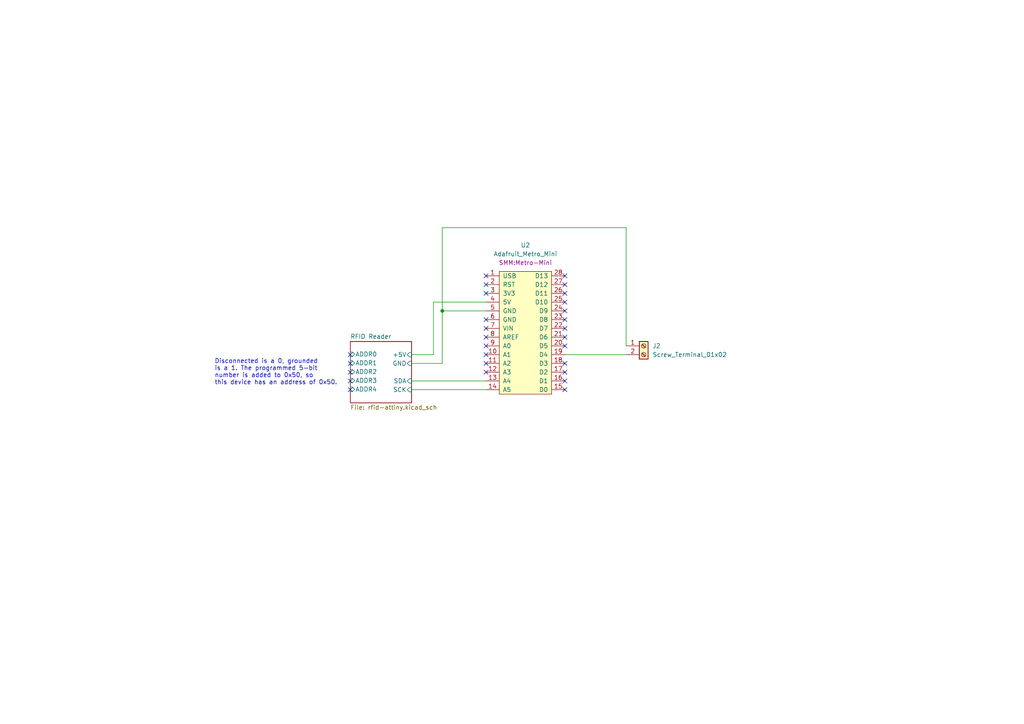
<source format=kicad_sch>
(kicad_sch (version 20211123) (generator eeschema)

  (uuid d72ffbbd-357f-4ced-be5f-073a79e533d4)

  (paper "A4")

  (lib_symbols
    (symbol "Connector:Screw_Terminal_01x02" (pin_names (offset 1.016) hide) (in_bom yes) (on_board yes)
      (property "Reference" "J" (id 0) (at 0 2.54 0)
        (effects (font (size 1.27 1.27)))
      )
      (property "Value" "Screw_Terminal_01x02" (id 1) (at 0 -5.08 0)
        (effects (font (size 1.27 1.27)))
      )
      (property "Footprint" "" (id 2) (at 0 0 0)
        (effects (font (size 1.27 1.27)) hide)
      )
      (property "Datasheet" "~" (id 3) (at 0 0 0)
        (effects (font (size 1.27 1.27)) hide)
      )
      (property "ki_keywords" "screw terminal" (id 4) (at 0 0 0)
        (effects (font (size 1.27 1.27)) hide)
      )
      (property "ki_description" "Generic screw terminal, single row, 01x02, script generated (kicad-library-utils/schlib/autogen/connector/)" (id 5) (at 0 0 0)
        (effects (font (size 1.27 1.27)) hide)
      )
      (property "ki_fp_filters" "TerminalBlock*:*" (id 6) (at 0 0 0)
        (effects (font (size 1.27 1.27)) hide)
      )
      (symbol "Screw_Terminal_01x02_1_1"
        (rectangle (start -1.27 1.27) (end 1.27 -3.81)
          (stroke (width 0.254) (type default) (color 0 0 0 0))
          (fill (type background))
        )
        (circle (center 0 -2.54) (radius 0.635)
          (stroke (width 0.1524) (type default) (color 0 0 0 0))
          (fill (type none))
        )
        (polyline
          (pts
            (xy -0.5334 -2.2098)
            (xy 0.3302 -3.048)
          )
          (stroke (width 0.1524) (type default) (color 0 0 0 0))
          (fill (type none))
        )
        (polyline
          (pts
            (xy -0.5334 0.3302)
            (xy 0.3302 -0.508)
          )
          (stroke (width 0.1524) (type default) (color 0 0 0 0))
          (fill (type none))
        )
        (polyline
          (pts
            (xy -0.3556 -2.032)
            (xy 0.508 -2.8702)
          )
          (stroke (width 0.1524) (type default) (color 0 0 0 0))
          (fill (type none))
        )
        (polyline
          (pts
            (xy -0.3556 0.508)
            (xy 0.508 -0.3302)
          )
          (stroke (width 0.1524) (type default) (color 0 0 0 0))
          (fill (type none))
        )
        (circle (center 0 0) (radius 0.635)
          (stroke (width 0.1524) (type default) (color 0 0 0 0))
          (fill (type none))
        )
        (pin passive line (at -5.08 0 0) (length 3.81)
          (name "Pin_1" (effects (font (size 1.27 1.27))))
          (number "1" (effects (font (size 1.27 1.27))))
        )
        (pin passive line (at -5.08 -2.54 0) (length 3.81)
          (name "Pin_2" (effects (font (size 1.27 1.27))))
          (number "2" (effects (font (size 1.27 1.27))))
        )
      )
    )
    (symbol "SMM:Adafruit_Metro_Mini" (pin_names (offset 1.016)) (in_bom yes) (on_board yes)
      (property "Reference" "U" (id 0) (at 0 0 0)
        (effects (font (size 1.27 1.27)))
      )
      (property "Value" "Adafruit_Metro_Mini" (id 1) (at 0 16.51 90)
        (effects (font (size 1.27 1.27)))
      )
      (property "Footprint" "SMM:Metro-Mini" (id 2) (at 0 38.1 0)
        (effects (font (size 1.27 1.27)))
      )
      (property "Datasheet" "" (id 3) (at 0 0 0)
        (effects (font (size 1.27 1.27)) hide)
      )
      (symbol "Adafruit_Metro_Mini_0_1"
        (rectangle (start -7.62 1.27) (end 7.62 36.83)
          (stroke (width 0) (type default) (color 0 0 0 0))
          (fill (type background))
        )
      )
      (symbol "Adafruit_Metro_Mini_1_1"
        (pin bidirectional line (at -11.43 35.56 0) (length 3.81)
          (name "USB" (effects (font (size 1.27 1.27))))
          (number "1" (effects (font (size 1.27 1.27))))
        )
        (pin bidirectional line (at -11.43 12.7 0) (length 3.81)
          (name "A1" (effects (font (size 1.27 1.27))))
          (number "10" (effects (font (size 1.27 1.27))))
        )
        (pin bidirectional line (at -11.43 10.16 0) (length 3.81)
          (name "A2" (effects (font (size 1.27 1.27))))
          (number "11" (effects (font (size 1.27 1.27))))
        )
        (pin bidirectional line (at -11.43 7.62 0) (length 3.81)
          (name "A3" (effects (font (size 1.27 1.27))))
          (number "12" (effects (font (size 1.27 1.27))))
        )
        (pin bidirectional line (at -11.43 5.08 0) (length 3.81)
          (name "A4" (effects (font (size 1.27 1.27))))
          (number "13" (effects (font (size 1.27 1.27))))
        )
        (pin bidirectional line (at -11.43 2.54 0) (length 3.81)
          (name "A5" (effects (font (size 1.27 1.27))))
          (number "14" (effects (font (size 1.27 1.27))))
        )
        (pin bidirectional line (at 11.43 2.54 180) (length 3.81)
          (name "D0" (effects (font (size 1.27 1.27))))
          (number "15" (effects (font (size 1.27 1.27))))
        )
        (pin bidirectional line (at 11.43 5.08 180) (length 3.81)
          (name "D1" (effects (font (size 1.27 1.27))))
          (number "16" (effects (font (size 1.27 1.27))))
        )
        (pin bidirectional line (at 11.43 7.62 180) (length 3.81)
          (name "D2" (effects (font (size 1.27 1.27))))
          (number "17" (effects (font (size 1.27 1.27))))
        )
        (pin bidirectional line (at 11.43 10.16 180) (length 3.81)
          (name "D3" (effects (font (size 1.27 1.27))))
          (number "18" (effects (font (size 1.27 1.27))))
        )
        (pin bidirectional line (at 11.43 12.7 180) (length 3.81)
          (name "D4" (effects (font (size 1.27 1.27))))
          (number "19" (effects (font (size 1.27 1.27))))
        )
        (pin bidirectional line (at -11.43 33.02 0) (length 3.81)
          (name "RST" (effects (font (size 1.27 1.27))))
          (number "2" (effects (font (size 1.27 1.27))))
        )
        (pin bidirectional line (at 11.43 15.24 180) (length 3.81)
          (name "D5" (effects (font (size 1.27 1.27))))
          (number "20" (effects (font (size 1.27 1.27))))
        )
        (pin bidirectional line (at 11.43 17.78 180) (length 3.81)
          (name "D6" (effects (font (size 1.27 1.27))))
          (number "21" (effects (font (size 1.27 1.27))))
        )
        (pin bidirectional line (at 11.43 20.32 180) (length 3.81)
          (name "D7" (effects (font (size 1.27 1.27))))
          (number "22" (effects (font (size 1.27 1.27))))
        )
        (pin bidirectional line (at 11.43 22.86 180) (length 3.81)
          (name "D8" (effects (font (size 1.27 1.27))))
          (number "23" (effects (font (size 1.27 1.27))))
        )
        (pin bidirectional line (at 11.43 25.4 180) (length 3.81)
          (name "D9" (effects (font (size 1.27 1.27))))
          (number "24" (effects (font (size 1.27 1.27))))
        )
        (pin bidirectional line (at 11.43 27.94 180) (length 3.81)
          (name "D10" (effects (font (size 1.27 1.27))))
          (number "25" (effects (font (size 1.27 1.27))))
        )
        (pin bidirectional line (at 11.43 30.48 180) (length 3.81)
          (name "D11" (effects (font (size 1.27 1.27))))
          (number "26" (effects (font (size 1.27 1.27))))
        )
        (pin bidirectional line (at 11.43 33.02 180) (length 3.81)
          (name "D12" (effects (font (size 1.27 1.27))))
          (number "27" (effects (font (size 1.27 1.27))))
        )
        (pin bidirectional line (at 11.43 35.56 180) (length 3.81)
          (name "D13" (effects (font (size 1.27 1.27))))
          (number "28" (effects (font (size 1.27 1.27))))
        )
        (pin power_out line (at -11.43 30.48 0) (length 3.81)
          (name "3V3" (effects (font (size 1.27 1.27))))
          (number "3" (effects (font (size 1.27 1.27))))
        )
        (pin power_out line (at -11.43 27.94 0) (length 3.81)
          (name "5V" (effects (font (size 1.27 1.27))))
          (number "4" (effects (font (size 1.27 1.27))))
        )
        (pin power_out line (at -11.43 25.4 0) (length 3.81)
          (name "GND" (effects (font (size 1.27 1.27))))
          (number "5" (effects (font (size 1.27 1.27))))
        )
        (pin power_out line (at -11.43 22.86 0) (length 3.81)
          (name "GND" (effects (font (size 1.27 1.27))))
          (number "6" (effects (font (size 1.27 1.27))))
        )
        (pin power_in line (at -11.43 20.32 0) (length 3.81)
          (name "VIN" (effects (font (size 1.27 1.27))))
          (number "7" (effects (font (size 1.27 1.27))))
        )
        (pin input line (at -11.43 17.78 0) (length 3.81)
          (name "AREF" (effects (font (size 1.27 1.27))))
          (number "8" (effects (font (size 1.27 1.27))))
        )
        (pin bidirectional line (at -11.43 15.24 0) (length 3.81)
          (name "A0" (effects (font (size 1.27 1.27))))
          (number "9" (effects (font (size 1.27 1.27))))
        )
      )
    )
  )

  (junction (at 128.27 90.17) (diameter 0) (color 0 0 0 0)
    (uuid 2fd17f60-51c0-4e39-9ee5-5b0d4f27d961)
  )

  (no_connect (at 163.83 110.49) (uuid 1573edcb-5f94-4502-b38a-a4145bb094be))
  (no_connect (at 140.97 80.01) (uuid 1722ac7d-d54b-4103-a50c-a8f9f658ce92))
  (no_connect (at 140.97 85.09) (uuid 2cf1510a-39b4-435d-a5d3-1658af7a0b59))
  (no_connect (at 163.83 105.41) (uuid 34e7071c-ffb6-46d5-a6dc-bc561edea542))
  (no_connect (at 140.97 92.71) (uuid 3e8b3913-9484-401e-a58a-0ade9181f421))
  (no_connect (at 163.83 82.55) (uuid 4e9c86da-2f1f-45f0-a3fb-368ac479c9f6))
  (no_connect (at 140.97 105.41) (uuid 50357dab-6d01-4ada-a1cb-bfd090266a00))
  (no_connect (at 163.83 92.71) (uuid 5e144688-c78a-4d07-8124-4d641a970848))
  (no_connect (at 163.83 80.01) (uuid 66086117-10c4-4688-91d5-7c0517e93822))
  (no_connect (at 101.6 110.49) (uuid 80a2ec8e-9101-497a-810e-3a6e26dd36fd))
  (no_connect (at 101.6 105.41) (uuid 8df46835-0a8f-4a1d-b4f5-8a5fa70d5a13))
  (no_connect (at 163.83 113.03) (uuid 98ab1f7f-484d-4fe9-aa14-dc06d799e8a1))
  (no_connect (at 163.83 100.33) (uuid 99483aa5-059a-4233-9a63-f156e080e4f4))
  (no_connect (at 140.97 95.25) (uuid 9ee8e6a8-d188-47d4-a6b9-476561ed1276))
  (no_connect (at 140.97 82.55) (uuid b443d1c3-aab8-4bbf-b150-614daf52d004))
  (no_connect (at 163.83 107.95) (uuid bb24113d-9618-4a15-90c9-51e6fde99b52))
  (no_connect (at 140.97 102.87) (uuid be39a3b2-1f3b-40a0-a2b5-8100f4fd532d))
  (no_connect (at 163.83 97.79) (uuid d14e1bff-a3f9-43e0-9c63-2f0d49d85ec5))
  (no_connect (at 163.83 87.63) (uuid dd856dd7-cc32-43cf-8731-9f74b4e11a8f))
  (no_connect (at 101.6 113.03) (uuid df5e1b1f-2efa-4417-8be0-6b1e0b6bd881))
  (no_connect (at 140.97 100.33) (uuid e0d80631-c721-4417-801a-9d6c4aa91e02))
  (no_connect (at 101.6 102.87) (uuid e2276385-e5fb-4179-ad99-9f84c75c15df))
  (no_connect (at 140.97 107.95) (uuid e94e5c45-6ae3-4285-a42c-33a898bab538))
  (no_connect (at 140.97 97.79) (uuid f2b7dad4-38bd-4eab-971f-12e53571c672))
  (no_connect (at 163.83 90.17) (uuid f5a319f9-11f4-4bc9-a581-24a5b610e79a))
  (no_connect (at 163.83 85.09) (uuid fa7f9165-d8ee-41cf-853e-2531e971ad16))
  (no_connect (at 101.6 107.95) (uuid fb883531-620d-4a1e-9fb5-62762712828e))
  (no_connect (at 163.83 95.25) (uuid fba9ddac-5e0e-40e9-9102-bf96d719cbd5))

  (wire (pts (xy 140.97 90.17) (xy 128.27 90.17))
    (stroke (width 0) (type default) (color 0 0 0 0))
    (uuid 06c4cf74-d68b-41d7-9992-cfe46c084980)
  )
  (wire (pts (xy 125.73 87.63) (xy 125.73 102.87))
    (stroke (width 0) (type default) (color 0 0 0 0))
    (uuid 1e6f951a-0328-40e0-979a-be7364a45440)
  )
  (wire (pts (xy 128.27 66.04) (xy 181.61 66.04))
    (stroke (width 0) (type default) (color 0 0 0 0))
    (uuid 35e4d36a-6285-442e-8d95-3c0988e53bf6)
  )
  (wire (pts (xy 125.73 102.87) (xy 119.38 102.87))
    (stroke (width 0) (type default) (color 0 0 0 0))
    (uuid 5add5553-bbd2-4bb6-89b3-df4a3d2718d6)
  )
  (wire (pts (xy 128.27 90.17) (xy 128.27 105.41))
    (stroke (width 0) (type default) (color 0 0 0 0))
    (uuid 71bfc3df-c89c-496d-9903-c0fa52fb83f0)
  )
  (wire (pts (xy 119.38 113.03) (xy 140.97 113.03))
    (stroke (width 0) (type default) (color 0 0 0 0))
    (uuid 7244d3e2-d9fa-4dba-803f-300a7676e2a3)
  )
  (wire (pts (xy 128.27 105.41) (xy 119.38 105.41))
    (stroke (width 0) (type default) (color 0 0 0 0))
    (uuid 8154f61c-654e-458e-81d9-e50c002955ed)
  )
  (wire (pts (xy 128.27 90.17) (xy 128.27 66.04))
    (stroke (width 0) (type default) (color 0 0 0 0))
    (uuid 90861d2b-d844-41d4-80bd-90cf25741602)
  )
  (wire (pts (xy 140.97 87.63) (xy 125.73 87.63))
    (stroke (width 0) (type default) (color 0 0 0 0))
    (uuid a870ee0f-a94f-4bed-90bd-c88243dd0bd6)
  )
  (wire (pts (xy 119.38 110.49) (xy 140.97 110.49))
    (stroke (width 0) (type default) (color 0 0 0 0))
    (uuid d8eb082d-b0db-4539-b599-e53632e511b5)
  )
  (wire (pts (xy 181.61 66.04) (xy 181.61 100.33))
    (stroke (width 0) (type default) (color 0 0 0 0))
    (uuid eb242c2c-032e-45a7-b7c3-ca2b35426875)
  )
  (wire (pts (xy 163.83 102.87) (xy 181.61 102.87))
    (stroke (width 0) (type default) (color 0 0 0 0))
    (uuid eb6543fe-7b2c-4738-b100-25aebcdfeccd)
  )

  (text "Disconnected is a 0, grounded\nis a 1. The programmed 5-bit \nnumber is added to 0x50, so\nthis device has an address of 0x50."
    (at 62.23 111.76 0)
    (effects (font (size 1.27 1.27)) (justify left bottom))
    (uuid d1751b37-741b-4a11-b1db-4886843be029)
  )

  (symbol (lib_id "Connector:Screw_Terminal_01x02") (at 186.69 100.33 0) (unit 1)
    (in_bom yes) (on_board yes) (fields_autoplaced)
    (uuid 15b92875-f77a-4aae-a63a-ebf4a87c6c6c)
    (property "Reference" "J2" (id 0) (at 189.23 100.3299 0)
      (effects (font (size 1.27 1.27)) (justify left))
    )
    (property "Value" "Screw_Terminal_01x02" (id 1) (at 189.23 102.8699 0)
      (effects (font (size 1.27 1.27)) (justify left))
    )
    (property "Footprint" "SMM:TerminalBlock-2_P5.08mm_small" (id 2) (at 186.69 100.33 0)
      (effects (font (size 1.27 1.27)) hide)
    )
    (property "Datasheet" "~" (id 3) (at 186.69 100.33 0)
      (effects (font (size 1.27 1.27)) hide)
    )
    (pin "1" (uuid 24865260-5c95-43b8-80d3-5e54a7be7ba1))
    (pin "2" (uuid f3d09e70-659b-4b2f-a72d-68a53a312b2e))
  )

  (symbol (lib_id "SMM:Adafruit_Metro_Mini") (at 152.4 115.57 0) (unit 1)
    (in_bom yes) (on_board yes) (fields_autoplaced)
    (uuid ecdd2199-ee37-44d8-bd6a-0aa469cb594c)
    (property "Reference" "U2" (id 0) (at 152.4 71.12 0))
    (property "Value" "Adafruit_Metro_Mini" (id 1) (at 152.4 73.66 0))
    (property "Footprint" "SMM:Metro-Mini" (id 2) (at 152.4 76.2 0))
    (property "Datasheet" "" (id 3) (at 152.4 115.57 0)
      (effects (font (size 1.27 1.27)) hide)
    )
    (pin "1" (uuid ff5f05d4-64a2-461e-bbb9-83b548aafa5e))
    (pin "10" (uuid 8bba282e-f341-4824-8325-137617e2b460))
    (pin "11" (uuid 9d37c398-282f-4ce9-8fae-ddd4557f5279))
    (pin "12" (uuid 406caef3-b1f1-48b1-b2ea-2d6d76062d31))
    (pin "13" (uuid 5598830b-8228-4cb2-987b-90359f9e30ef))
    (pin "14" (uuid 0ac28e88-9624-4615-b49d-22609ac0a742))
    (pin "15" (uuid 14a2e106-625b-450b-b4f6-e4ed50b81bd6))
    (pin "16" (uuid 585422f5-1915-4a22-9b4e-7e7f1fecea3d))
    (pin "17" (uuid 8982208d-042b-48e9-a73e-04fa77665b85))
    (pin "18" (uuid 0583dc74-829c-4e53-ad22-1f34f49d8c99))
    (pin "19" (uuid fa296986-4bd5-42ce-b813-e209a543cf80))
    (pin "2" (uuid 235722d2-271e-4844-9995-9524b675da7b))
    (pin "20" (uuid 24026c73-5ca2-4506-a223-e77bd6a33b26))
    (pin "21" (uuid 693a8e8b-dae9-4171-a37f-ed2d4260f0d3))
    (pin "22" (uuid 0081708b-2908-4006-9f9b-7d545af02929))
    (pin "23" (uuid 3e586a35-6c6d-4878-bfdc-00ba64aa72e9))
    (pin "24" (uuid 5d5b0c77-80c1-4041-966d-876384bf8625))
    (pin "25" (uuid b816fdff-f42c-4bbc-851b-d77ae8df889f))
    (pin "26" (uuid bb6b619a-cfbc-435c-bf26-94581c286fda))
    (pin "27" (uuid 9948806c-58d1-4fb6-97c0-c2627d44664a))
    (pin "28" (uuid e142b4d6-d693-48b0-b711-6a3549f96faf))
    (pin "3" (uuid 290d3273-5421-49fb-a155-08e9d6415888))
    (pin "4" (uuid aa9d60bb-586f-4e1d-afc8-a85dd4c94937))
    (pin "5" (uuid 9fdcf8cd-7192-4268-a492-06bd948e3874))
    (pin "6" (uuid 756041b7-b4c6-4868-b6b5-51c1a23718b5))
    (pin "7" (uuid c21eb615-b220-4b99-bfbc-05bb18f2a4ad))
    (pin "8" (uuid 0e60ef2c-00d6-4de1-a7dd-140dd2c4c8dd))
    (pin "9" (uuid 861f9dad-55a4-4600-98ec-8a698bacbe17))
  )

  (sheet (at 101.6 99.06) (size 17.78 17.78) (fields_autoplaced)
    (stroke (width 0.1524) (type solid) (color 0 0 0 0))
    (fill (color 0 0 0 0.0000))
    (uuid 9b2dc61e-ce78-47c4-8f93-a7ed3def736d)
    (property "Sheet name" "RFID Reader" (id 0) (at 101.6 98.3484 0)
      (effects (font (size 1.27 1.27)) (justify left bottom))
    )
    (property "Sheet file" "rfid-attiny.kicad_sch" (id 1) (at 101.6 117.4246 0)
      (effects (font (size 1.27 1.27)) (justify left top))
    )
    (pin "+5V" input (at 119.38 102.87 0)
      (effects (font (size 1.27 1.27)) (justify right))
      (uuid 7ed76b53-a8eb-4f0a-8df1-afcb484a0f16)
    )
    (pin "GND" input (at 119.38 105.41 0)
      (effects (font (size 1.27 1.27)) (justify right))
      (uuid 141f54ef-4cc3-41e5-807e-7a31987aaa0b)
    )
    (pin "SDA" input (at 119.38 110.49 0)
      (effects (font (size 1.27 1.27)) (justify right))
      (uuid 32c05da8-83e3-4b81-b973-79b5d13a5557)
    )
    (pin "SCK" input (at 119.38 113.03 0)
      (effects (font (size 1.27 1.27)) (justify right))
      (uuid 5ecfa5d8-ae1f-455c-97d6-2879faa6b0df)
    )
    (pin "ADDR2" input (at 101.6 107.823 180)
      (effects (font (size 1.27 1.27)) (justify left))
      (uuid bba77e09-c1b7-4089-a229-1e378221329a)
    )
    (pin "ADDR3" input (at 101.6 110.363 180)
      (effects (font (size 1.27 1.27)) (justify left))
      (uuid 65420cbe-8e53-4c0a-95f5-07ad280515fe)
    )
    (pin "ADDR1" input (at 101.6 105.283 180)
      (effects (font (size 1.27 1.27)) (justify left))
      (uuid b2dfcb9e-4020-43c7-aaec-c1b7a1fb2a19)
    )
    (pin "ADDR4" input (at 101.6 112.903 180)
      (effects (font (size 1.27 1.27)) (justify left))
      (uuid 48031237-acb8-4e81-a9f1-1eef5195456a)
    )
    (pin "ADDR0" input (at 101.6 102.743 180)
      (effects (font (size 1.27 1.27)) (justify left))
      (uuid 80244ca5-ba9f-4805-a394-3f7856b3a5d6)
    )
  )

  (sheet_instances
    (path "/" (page "1"))
    (path "/9b2dc61e-ce78-47c4-8f93-a7ed3def736d" (page "2"))
  )

  (symbol_instances
    (path "/9b2dc61e-ce78-47c4-8f93-a7ed3def736d/9ff55c46-e235-4661-9be7-a11ef2d43a54"
      (reference "D1") (unit 1) (value "~") (footprint "SMM:LED_D3.0mm")
    )
    (path "/9b2dc61e-ce78-47c4-8f93-a7ed3def736d/76dd8502-ef22-4ccd-b6b2-35d3f171bae0"
      (reference "J1") (unit 1) (value "~") (footprint "SMM:KK-1x03")
    )
    (path "/15b92875-f77a-4aae-a63a-ebf4a87c6c6c"
      (reference "J2") (unit 1) (value "Screw_Terminal_01x02") (footprint "SMM:TerminalBlock-2_P5.08mm_small")
    )
    (path "/9b2dc61e-ce78-47c4-8f93-a7ed3def736d/b380fcfe-2cda-44c5-8e44-b5a09b94a531"
      (reference "R1") (unit 1) (value "~") (footprint "SMM:Resistor_L6.3mm_D2.5mm_P10.16mm_Horizontal")
    )
    (path "/9b2dc61e-ce78-47c4-8f93-a7ed3def736d/f3948324-ce3a-4786-8e6f-06525e602a33"
      (reference "U1") (unit 1) (value "~") (footprint "Package_DIP:DIP-14_W7.62mm_Socket")
    )
    (path "/ecdd2199-ee37-44d8-bd6a-0aa469cb594c"
      (reference "U2") (unit 1) (value "Adafruit_Metro_Mini") (footprint "SMM:Metro-Mini")
    )
  )
)

</source>
